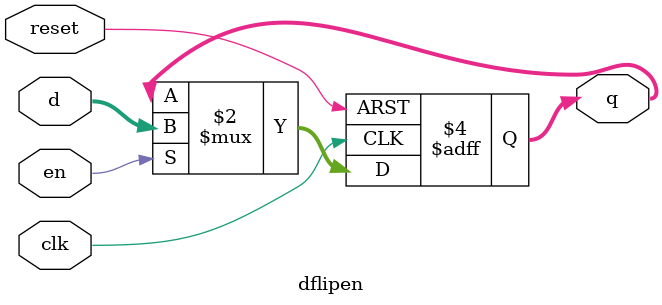
<source format=sv>
module dflipen #(parameter WIDTH = 8)
  (input clk, reset, en,
  input [WIDTH-1:0] d,
  output reg [WIDTH-1:0] q);

  always@(posedge clk, posedge reset)
    if (reset) q <= 0;
    else if (en) q <= d;
endmodule

</source>
